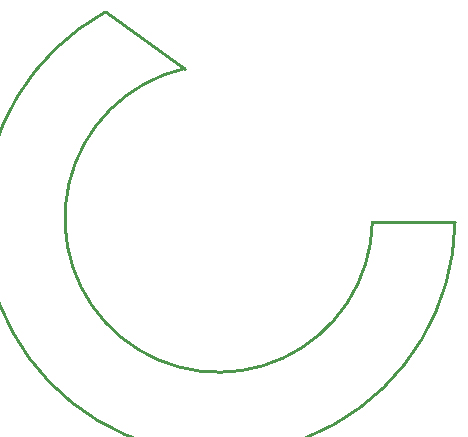
<source format=gbr>
G04 #@! TF.GenerationSoftware,KiCad,Pcbnew,7.0.2-6a45011f42~172~ubuntu22.04.1*
G04 #@! TF.CreationDate,2023-05-20T12:50:21-04:00*
G04 #@! TF.ProjectId,T36VAIllumination,54333656-4149-46c6-9c75-6d696e617469,1.3*
G04 #@! TF.SameCoordinates,Original*
G04 #@! TF.FileFunction,Profile,NP*
%FSLAX46Y46*%
G04 Gerber Fmt 4.6, Leading zero omitted, Abs format (unit mm)*
G04 Created by KiCad (PCBNEW 7.0.2-6a45011f42~172~ubuntu22.04.1) date 2023-05-20 12:50:21*
%MOMM*%
%LPD*%
G01*
G04 APERTURE LIST*
G04 #@! TA.AperFunction,Profile*
%ADD10C,0.250000*%
G04 #@! TD*
G04 APERTURE END LIST*
D10*
X66875000Y-36840001D02*
G75*
G03*
X82764999Y-49840000I2875270J-12696769D01*
G01*
X82765000Y-49840000D02*
X89764999Y-49840000D01*
X60174988Y-32039979D02*
G75*
G03*
X89765000Y-49840000I9623912J-17496221D01*
G01*
X60175000Y-32040000D02*
X66875000Y-36840000D01*
M02*

</source>
